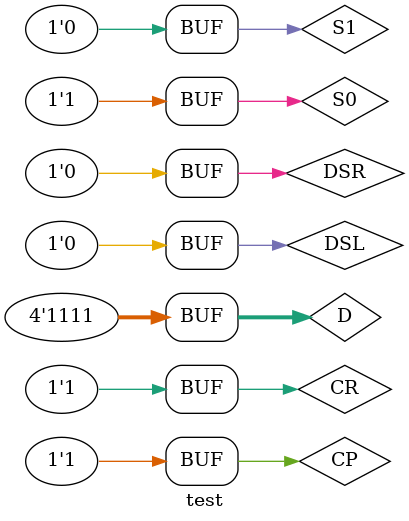
<source format=v>
module test;

	// Inputs
	reg CR;
	reg S1;
	reg S0;
	reg CP;
	reg DSR;
	reg DSL;
	reg [3:0] D;

	// Outputs
	wire [3:0] Q;

	// Instantiate the Unit Under Test (UUT)
	bdirect_shift_reg uut (
		.CR(CR), 
		.S1(S1), 
		.S0(S0), 
		.CP(CP), 
		.DSR(DSR), 
		.DSL(DSL), 
		.D(D), 
		.Q(Q)
	);
	
	parameter PERIOD = 10;

	//**在此处添加时钟信号**
		always begin
		CP = 1'b0; 
		#(PERIOD/2) CP= 1'b1;
		#(PERIOD/2);
		end
		
	initial begin
		// Initialize Inputs
		CR = 0;S1 = 0;S0 = 0;CP = 0;DSR = 0;DSL = 0;D = 0;
			
		// Wait 100 ns for global reset to finish
		#100;   
		// Add stimulus here
		
			//预置为1111
			CR=1;S1=1;S0=1;DSR=0;DSL=0;D=4'b1111;
			#10
			//清零
			CR=0;S1=1;S0=1;DSR=0;DSL=0;D=4'b1111;

			#10
			//左移，DSL=1
			CR=1;S1=1;S0=0;DSR=0;DSL=1;D=4'b1111;
			#10
			//左移，DSL=0
			CR=1;S1=1;S0=0;DSR=0;DSL=0;D=4'b1111;
			#10
			//左移，DSL=1
			CR=1;S1=1;S0=0;DSR=0;DSL=1;D=4'b1111;
			#10
			//左移，DSL=0
			CR=1;S1=1;S0=0;DSR=0;DSL=0;D=4'b1111;
			
			#10
			//右移，DSR=1
			CR=1;S1=0;S0=1;DSR=1;DSL=0;D=4'b1111;
			#10
			//右移，DSR=0
			CR=1;S1=0;S0=1;DSR=0;DSL=0;D=4'b1111;
			#10
			//右移，DSR=1
			CR=1;S1=0;S0=1;DSR=1;DSL=0;D=4'b1111;
			#10
			//右移，DSR=0
			CR=1;S1=0;S0=1;DSR=0;DSL=0;D=4'b1111;

	end
      
endmodule

</source>
